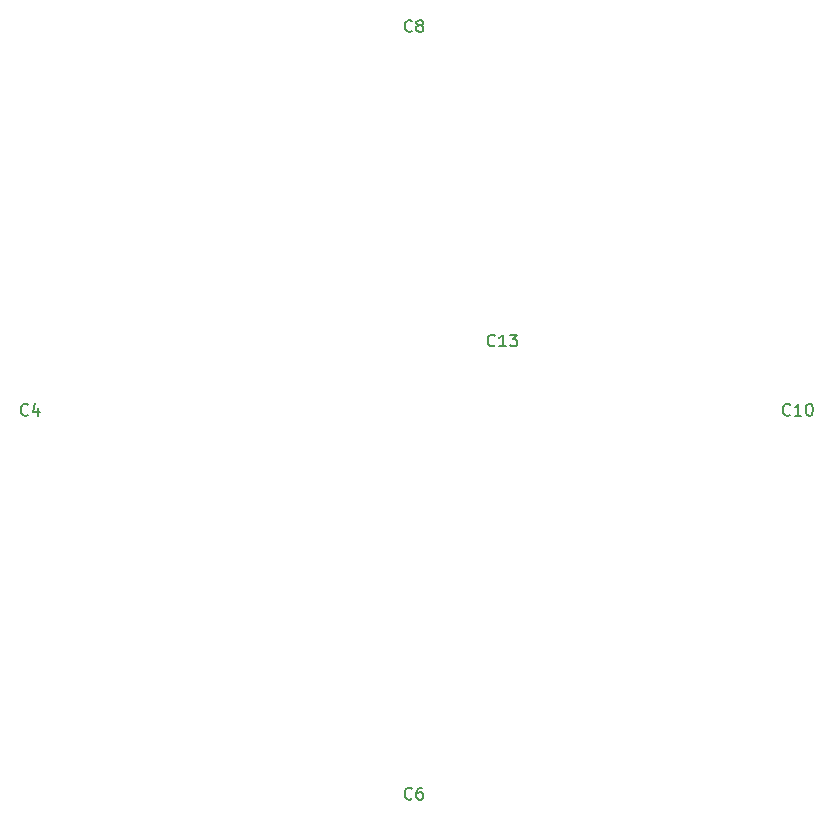
<source format=gbr>
G04 #@! TF.GenerationSoftware,KiCad,Pcbnew,(5.0.1-3-g963ef8bb5)*
G04 #@! TF.CreationDate,2019-03-19T08:35:04+01:00*
G04 #@! TF.ProjectId,capacitive-touch-demo,636170616369746976652D746F756368,3.0.0*
G04 #@! TF.SameCoordinates,Original*
G04 #@! TF.FileFunction,Legend,Top*
G04 #@! TF.FilePolarity,Positive*
%FSLAX46Y46*%
G04 Gerber Fmt 4.6, Leading zero omitted, Abs format (unit mm)*
G04 Created by KiCad (PCBNEW (5.0.1-3-g963ef8bb5)) date 2019 March 19, Tuesday 08:35:04*
%MOMM*%
%LPD*%
G01*
G04 APERTURE LIST*
%ADD10C,0.150000*%
G04 APERTURE END LIST*
G04 #@! TO.C,C6*
D10*
X117333333Y-128732142D02*
X117285714Y-128779761D01*
X117142857Y-128827380D01*
X117047619Y-128827380D01*
X116904761Y-128779761D01*
X116809523Y-128684523D01*
X116761904Y-128589285D01*
X116714285Y-128398809D01*
X116714285Y-128255952D01*
X116761904Y-128065476D01*
X116809523Y-127970238D01*
X116904761Y-127875000D01*
X117047619Y-127827380D01*
X117142857Y-127827380D01*
X117285714Y-127875000D01*
X117333333Y-127922619D01*
X118190476Y-127827380D02*
X118000000Y-127827380D01*
X117904761Y-127875000D01*
X117857142Y-127922619D01*
X117761904Y-128065476D01*
X117714285Y-128255952D01*
X117714285Y-128636904D01*
X117761904Y-128732142D01*
X117809523Y-128779761D01*
X117904761Y-128827380D01*
X118095238Y-128827380D01*
X118190476Y-128779761D01*
X118238095Y-128732142D01*
X118285714Y-128636904D01*
X118285714Y-128398809D01*
X118238095Y-128303571D01*
X118190476Y-128255952D01*
X118095238Y-128208333D01*
X117904761Y-128208333D01*
X117809523Y-128255952D01*
X117761904Y-128303571D01*
X117714285Y-128398809D01*
G04 #@! TO.C,C8*
X117333333Y-63732142D02*
X117285714Y-63779761D01*
X117142857Y-63827380D01*
X117047619Y-63827380D01*
X116904761Y-63779761D01*
X116809523Y-63684523D01*
X116761904Y-63589285D01*
X116714285Y-63398809D01*
X116714285Y-63255952D01*
X116761904Y-63065476D01*
X116809523Y-62970238D01*
X116904761Y-62875000D01*
X117047619Y-62827380D01*
X117142857Y-62827380D01*
X117285714Y-62875000D01*
X117333333Y-62922619D01*
X117904761Y-63255952D02*
X117809523Y-63208333D01*
X117761904Y-63160714D01*
X117714285Y-63065476D01*
X117714285Y-63017857D01*
X117761904Y-62922619D01*
X117809523Y-62875000D01*
X117904761Y-62827380D01*
X118095238Y-62827380D01*
X118190476Y-62875000D01*
X118238095Y-62922619D01*
X118285714Y-63017857D01*
X118285714Y-63065476D01*
X118238095Y-63160714D01*
X118190476Y-63208333D01*
X118095238Y-63255952D01*
X117904761Y-63255952D01*
X117809523Y-63303571D01*
X117761904Y-63351190D01*
X117714285Y-63446428D01*
X117714285Y-63636904D01*
X117761904Y-63732142D01*
X117809523Y-63779761D01*
X117904761Y-63827380D01*
X118095238Y-63827380D01*
X118190476Y-63779761D01*
X118238095Y-63732142D01*
X118285714Y-63636904D01*
X118285714Y-63446428D01*
X118238095Y-63351190D01*
X118190476Y-63303571D01*
X118095238Y-63255952D01*
G04 #@! TO.C,C13*
X124357142Y-90357142D02*
X124309523Y-90404761D01*
X124166666Y-90452380D01*
X124071428Y-90452380D01*
X123928571Y-90404761D01*
X123833333Y-90309523D01*
X123785714Y-90214285D01*
X123738095Y-90023809D01*
X123738095Y-89880952D01*
X123785714Y-89690476D01*
X123833333Y-89595238D01*
X123928571Y-89500000D01*
X124071428Y-89452380D01*
X124166666Y-89452380D01*
X124309523Y-89500000D01*
X124357142Y-89547619D01*
X125309523Y-90452380D02*
X124738095Y-90452380D01*
X125023809Y-90452380D02*
X125023809Y-89452380D01*
X124928571Y-89595238D01*
X124833333Y-89690476D01*
X124738095Y-89738095D01*
X125642857Y-89452380D02*
X126261904Y-89452380D01*
X125928571Y-89833333D01*
X126071428Y-89833333D01*
X126166666Y-89880952D01*
X126214285Y-89928571D01*
X126261904Y-90023809D01*
X126261904Y-90261904D01*
X126214285Y-90357142D01*
X126166666Y-90404761D01*
X126071428Y-90452380D01*
X125785714Y-90452380D01*
X125690476Y-90404761D01*
X125642857Y-90357142D01*
G04 #@! TO.C,C4*
X84833333Y-96232142D02*
X84785714Y-96279761D01*
X84642857Y-96327380D01*
X84547619Y-96327380D01*
X84404761Y-96279761D01*
X84309523Y-96184523D01*
X84261904Y-96089285D01*
X84214285Y-95898809D01*
X84214285Y-95755952D01*
X84261904Y-95565476D01*
X84309523Y-95470238D01*
X84404761Y-95375000D01*
X84547619Y-95327380D01*
X84642857Y-95327380D01*
X84785714Y-95375000D01*
X84833333Y-95422619D01*
X85690476Y-95660714D02*
X85690476Y-96327380D01*
X85452380Y-95279761D02*
X85214285Y-95994047D01*
X85833333Y-95994047D01*
G04 #@! TO.C,C10*
X149357142Y-96232142D02*
X149309523Y-96279761D01*
X149166666Y-96327380D01*
X149071428Y-96327380D01*
X148928571Y-96279761D01*
X148833333Y-96184523D01*
X148785714Y-96089285D01*
X148738095Y-95898809D01*
X148738095Y-95755952D01*
X148785714Y-95565476D01*
X148833333Y-95470238D01*
X148928571Y-95375000D01*
X149071428Y-95327380D01*
X149166666Y-95327380D01*
X149309523Y-95375000D01*
X149357142Y-95422619D01*
X150309523Y-96327380D02*
X149738095Y-96327380D01*
X150023809Y-96327380D02*
X150023809Y-95327380D01*
X149928571Y-95470238D01*
X149833333Y-95565476D01*
X149738095Y-95613095D01*
X150928571Y-95327380D02*
X151023809Y-95327380D01*
X151119047Y-95375000D01*
X151166666Y-95422619D01*
X151214285Y-95517857D01*
X151261904Y-95708333D01*
X151261904Y-95946428D01*
X151214285Y-96136904D01*
X151166666Y-96232142D01*
X151119047Y-96279761D01*
X151023809Y-96327380D01*
X150928571Y-96327380D01*
X150833333Y-96279761D01*
X150785714Y-96232142D01*
X150738095Y-96136904D01*
X150690476Y-95946428D01*
X150690476Y-95708333D01*
X150738095Y-95517857D01*
X150785714Y-95422619D01*
X150833333Y-95375000D01*
X150928571Y-95327380D01*
G04 #@! TD*
M02*

</source>
